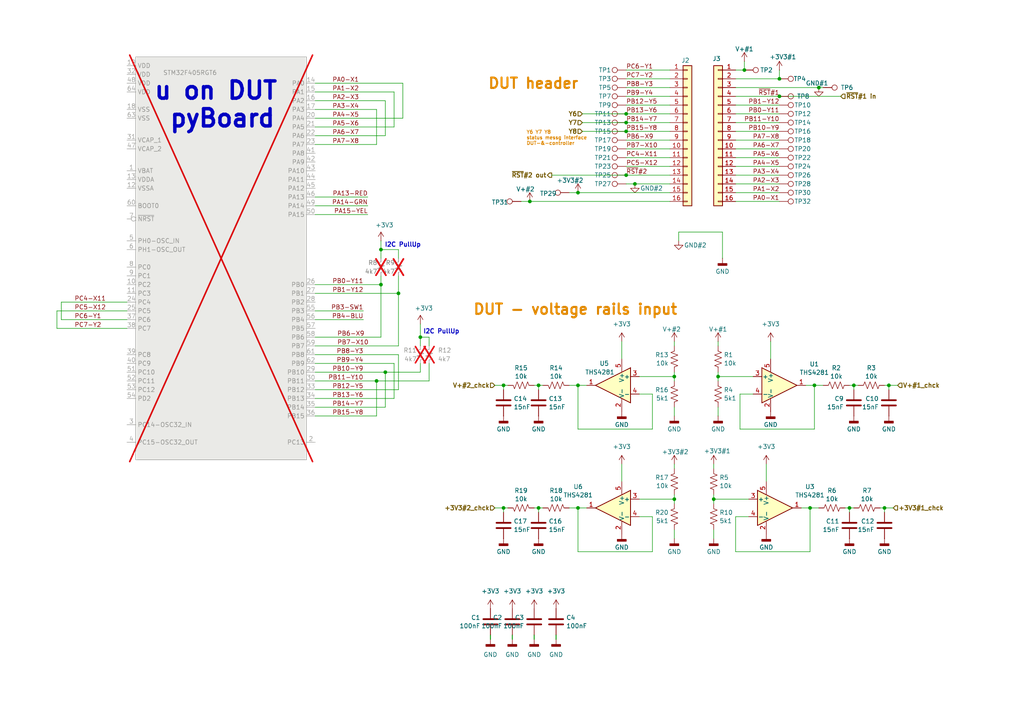
<source format=kicad_sch>
(kicad_sch (version 20250114) (generator "eeschema") (generator_version "9.0")
  (paper "A4")
  (text "DUT header" (at 154.686 24.384 0) (effects (font (size 3 3) (thickness 0.6) (bold yes))))
  (text "I2C PullUp" (at 128.016 96.266 0) (effects (font (size 1.27 1.27) (thickness 0.254) (bold yes))))
  (text "DUT - voltage rails input" (at 166.878 89.916 0) (effects (font (size 3 3) (thickness 0.6) (bold yes))))
  (text "Y6 Y7 Y8\nstatus messg interface\nDUT-&-controller" (at 152.654 40.132 0) (effects (font (size 1 1) (thickness 0.1875)) (justify left)))
  (text "I2C PullUp" (at 116.84 71.12 0) (effects (font (size 1.27 1.27) (thickness 0.254) (bold yes))))
  (text "u on DUT \npyBoard" (at 64.516 30.48 0) (effects (font (size 5 5) (thickness 1) (bold yes))))
  (junction (at 121.92 97.79))
  (junction (at 181.61 33.02))
  (junction (at 226.06 22.86))
  (junction (at 184.15 53.34))
  (junction (at 111.76 107.95))
  (junction (at 195.58 109.22))
  (junction (at 237.49 25.4))
  (junction (at 247.65 111.76))
  (junction (at 167.64 147.32))
  (junction (at 146.05 147.32))
  (junction (at 256.54 147.32))
  (junction (at 156.21 147.32))
  (junction (at 167.64 55.88))
  (junction (at 195.58 144.78))
  (junction (at 153.67 58.42))
  (junction (at 257.81 111.76))
  (junction (at 208.28 109.22))
  (junction (at 236.22 111.76))
  (junction (at 181.61 50.8))
  (junction (at 110.49 82.55))
  (junction (at 146.05 111.76))
  (junction (at 167.64 111.76))
  (junction (at 181.61 35.56))
  (junction (at 215.9 20.32))
  (junction (at 110.49 72.39))
  (junction (at 234.95 147.32))
  (junction (at 181.61 38.1))
  (junction (at 246.38 147.32))
  (junction (at 115.57 85.09))
  (junction (at 226.06 27.94))
  (junction (at 156.21 111.76))
  (junction (at 207.01 144.78))
  (junction (at 109.22 110.49))
  (wire (pts (xy 209.55 67.31) (xy 209.55 74.93)))
  (wire (pts (xy 181.61 45.72) (xy 194.31 45.72)))
  (wire (pts (xy 111.76 107.95) (xy 121.92 107.95)))
  (wire (pts (xy 213.36 22.86) (xy 226.06 22.86)))
  (wire (pts (xy 91.44 59.69) (xy 106.68 59.69)))
  (wire (pts (xy 121.92 97.79) (xy 121.92 100.33)))
  (wire (pts (xy 195.58 109.22) (xy 195.58 110.49)))
  (wire (pts (xy 223.52 99.06) (xy 223.52 104.14)))
  (wire (pts (xy 195.58 107.95) (xy 195.58 109.22)))
  (wire (pts (xy 207.01 144.78) (xy 207.01 146.05)))
  (wire (pts (xy 91.44 31.75) (xy 109.22 31.75)))
  (wire (pts (xy 181.61 50.8) (xy 194.31 50.8)))
  (wire (pts (xy 114.3 26.67) (xy 114.3 36.83)))
  (wire (pts (xy 213.36 149.86) (xy 213.36 160.02)))
  (wire (pts (xy 156.21 147.32) (xy 156.21 148.59)))
  (wire (pts (xy 17.78 87.63) (xy 17.78 92.71)))
  (wire (pts (xy 257.81 111.76) (xy 257.81 113.03)))
  (wire (pts (xy 213.36 33.02) (xy 226.06 33.02)))
  (wire (pts (xy 208.28 118.11) (xy 208.28 120.65)))
  (wire (pts (xy 213.36 48.26) (xy 226.06 48.26)))
  (wire (pts (xy 111.76 29.21) (xy 111.76 39.37)))
  (wire (pts (xy 208.28 99.06) (xy 208.28 100.33)))
  (wire (pts (xy 181.61 53.34) (xy 184.15 53.34)))
  (wire (pts (xy 213.36 45.72) (xy 226.06 45.72)))
  (wire (pts (xy 17.78 92.71) (xy 36.83 92.71)))
  (wire (pts (xy 16.51 95.25) (xy 36.83 95.25)))
  (wire (pts (xy 234.95 160.02) (xy 234.95 147.32)))
  (wire (pts (xy 180.34 99.06) (xy 180.34 104.14)))
  (wire (pts (xy 156.21 111.76) (xy 157.48 111.76)))
  (wire (pts (xy 146.05 147.32) (xy 146.05 148.59)))
  (wire (pts (xy 213.36 35.56) (xy 226.06 35.56)))
  (wire (pts (xy 196.85 69.85) (xy 196.85 67.31)))
  (wire (pts (xy 181.61 33.02) (xy 194.31 33.02)))
  (wire (pts (xy 110.49 97.79) (xy 110.49 82.55)))
  (wire (pts (xy 121.92 107.95) (xy 121.92 105.41)))
  (wire (pts (xy 17.78 87.63) (xy 36.83 87.63)))
  (wire (pts (xy 213.36 38.1) (xy 226.06 38.1)))
  (wire (pts (xy 121.92 97.79) (xy 124.46 97.79)))
  (wire (pts (xy 156.21 111.76) (xy 156.21 113.03)))
  (wire (pts (xy 181.61 35.56) (xy 194.31 35.56)))
  (wire (pts (xy 124.46 97.79) (xy 124.46 100.33)))
  (wire (pts (xy 91.44 107.95) (xy 111.76 107.95)))
  (wire (pts (xy 181.61 22.86) (xy 194.31 22.86)))
  (wire (pts (xy 181.61 27.94) (xy 194.31 27.94)))
  (wire (pts (xy 115.57 85.09) (xy 115.57 100.33)))
  (wire (pts (xy 226.06 27.94) (xy 243.84 27.94)))
  (wire (pts (xy 181.61 30.48) (xy 194.31 30.48)))
  (wire (pts (xy 114.3 105.41) (xy 114.3 115.57)))
  (wire (pts (xy 91.44 113.03) (xy 115.57 113.03)))
  (wire (pts (xy 189.23 160.02) (xy 167.64 160.02)))
  (wire (pts (xy 115.57 80.01) (xy 115.57 85.09)))
  (wire (pts (xy 153.67 58.42) (xy 194.31 58.42)))
  (wire (pts (xy 236.22 111.76) (xy 238.76 111.76)))
  (wire (pts (xy 109.22 31.75) (xy 109.22 41.91)))
  (wire (pts (xy 213.36 55.88) (xy 226.06 55.88)))
  (wire (pts (xy 109.22 110.49) (xy 109.22 120.65)))
  (wire (pts (xy 195.58 143.51) (xy 195.58 144.78)))
  (wire (pts (xy 208.28 107.95) (xy 208.28 109.22)))
  (wire (pts (xy 246.38 147.32) (xy 246.38 148.59)))
  (wire (pts (xy 195.58 99.06) (xy 195.58 100.33)))
  (wire (pts (xy 168.91 35.56) (xy 181.61 35.56)))
  (wire (pts (xy 213.36 25.4) (xy 237.49 25.4)))
  (wire (pts (xy 189.23 114.3) (xy 185.42 114.3)))
  (wire (pts (xy 207.01 144.78) (xy 217.17 144.78)))
  (wire (pts (xy 91.44 102.87) (xy 115.57 102.87)))
  (wire (pts (xy 165.1 55.88) (xy 167.64 55.88)))
  (wire (pts (xy 214.63 114.3) (xy 218.44 114.3)))
  (wire (pts (xy 208.28 109.22) (xy 218.44 109.22)))
  (wire (pts (xy 207.01 143.51) (xy 207.01 144.78)))
  (wire (pts (xy 189.23 149.86) (xy 185.42 149.86)))
  (wire (pts (xy 91.44 41.91) (xy 109.22 41.91)))
  (wire (pts (xy 214.63 124.46) (xy 236.22 124.46)))
  (wire (pts (xy 247.65 111.76) (xy 247.65 113.03)))
  (wire (pts (xy 115.57 102.87) (xy 115.57 113.03)))
  (wire (pts (xy 246.38 147.32) (xy 245.11 147.32)))
  (wire (pts (xy 257.81 111.76) (xy 256.54 111.76)))
  (wire (pts (xy 167.64 160.02) (xy 167.64 147.32)))
  (wire (pts (xy 170.18 111.76) (xy 167.64 111.76)))
  (wire (pts (xy 91.44 120.65) (xy 109.22 120.65)))
  (wire (pts (xy 91.44 39.37) (xy 111.76 39.37)))
  (wire (pts (xy 181.61 43.18) (xy 194.31 43.18)))
  (wire (pts (xy 181.61 20.32) (xy 194.31 20.32)))
  (wire (pts (xy 195.58 144.78) (xy 195.58 146.05)))
  (wire (pts (xy 180.34 134.62) (xy 180.34 139.7)))
  (wire (pts (xy 213.36 27.94) (xy 226.06 27.94)))
  (wire (pts (xy 213.36 160.02) (xy 234.95 160.02)))
  (wire (pts (xy 154.94 147.32) (xy 156.21 147.32)))
  (wire (pts (xy 214.63 114.3) (xy 214.63 124.46)))
  (wire (pts (xy 168.91 33.02) (xy 181.61 33.02)))
  (wire (pts (xy 213.36 149.86) (xy 217.17 149.86)))
  (wire (pts (xy 91.44 24.13) (xy 116.84 24.13)))
  (wire (pts (xy 213.36 30.48) (xy 226.06 30.48)))
  (wire (pts (xy 208.28 109.22) (xy 208.28 110.49)))
  (wire (pts (xy 247.65 111.76) (xy 246.38 111.76)))
  (wire (pts (xy 142.24 184.15) (xy 142.24 185.42)) (stroke (width 0.254)))
  (wire (pts (xy 189.23 114.3) (xy 189.23 124.46)))
  (wire (pts (xy 259.08 147.32) (xy 256.54 147.32)))
  (wire (pts (xy 195.58 134.62) (xy 195.58 135.89)))
  (wire (pts (xy 110.49 72.39) (xy 115.57 72.39)))
  (wire (pts (xy 195.58 153.67) (xy 195.58 156.21)))
  (wire (pts (xy 16.51 95.25) (xy 16.51 90.17)))
  (wire (pts (xy 167.64 124.46) (xy 167.64 111.76)))
  (wire (pts (xy 213.36 40.64) (xy 226.06 40.64)))
  (wire (pts (xy 195.58 144.78) (xy 185.42 144.78)))
  (wire (pts (xy 165.1 111.76) (xy 167.64 111.76)))
  (wire (pts (xy 116.84 24.13) (xy 116.84 34.29)))
  (wire (pts (xy 91.44 115.57) (xy 114.3 115.57)))
  (wire (pts (xy 121.92 93.98) (xy 121.92 97.79)))
  (wire (pts (xy 91.44 57.15) (xy 106.68 57.15)))
  (wire (pts (xy 143.51 147.32) (xy 146.05 147.32)))
  (wire (pts (xy 111.76 107.95) (xy 111.76 118.11)))
  (wire (pts (xy 213.36 53.34) (xy 226.06 53.34)))
  (wire (pts (xy 213.36 58.42) (xy 226.06 58.42)))
  (wire (pts (xy 195.58 118.11) (xy 195.58 120.65)))
  (wire (pts (xy 91.44 36.83) (xy 114.3 36.83)))
  (wire (pts (xy 109.22 110.49) (xy 124.46 110.49)))
  (wire (pts (xy 167.64 55.88) (xy 194.31 55.88)))
  (wire (pts (xy 226.06 20.32) (xy 226.06 22.86)))
  (wire (pts (xy 91.44 82.55) (xy 110.49 82.55)))
  (wire (pts (xy 91.44 90.17) (xy 105.41 90.17)))
  (wire (pts (xy 154.94 184.15) (xy 154.94 185.42)) (stroke (width 0.254)))
  (wire (pts (xy 156.21 147.32) (xy 157.48 147.32)))
  (wire (pts (xy 168.91 38.1) (xy 181.61 38.1)))
  (wire (pts (xy 161.29 184.15) (xy 161.29 185.42)) (stroke (width 0.254)))
  (wire (pts (xy 110.49 80.01) (xy 110.49 82.55)))
  (wire (pts (xy 91.44 92.71) (xy 105.41 92.71)))
  (wire (pts (xy 91.44 100.33) (xy 115.57 100.33)))
  (wire (pts (xy 91.44 26.67) (xy 114.3 26.67)))
  (wire (pts (xy 196.85 67.31) (xy 209.55 67.31)))
  (wire (pts (xy 248.92 111.76) (xy 247.65 111.76)))
  (wire (pts (xy 207.01 153.67) (xy 207.01 156.21)))
  (wire (pts (xy 213.36 43.18) (xy 226.06 43.18)))
  (wire (pts (xy 181.61 48.26) (xy 194.31 48.26)))
  (wire (pts (xy 110.49 69.85) (xy 110.49 72.39)))
  (wire (pts (xy 260.35 111.76) (xy 257.81 111.76)))
  (wire (pts (xy 110.49 72.39) (xy 110.49 74.93)))
  (wire (pts (xy 232.41 147.32) (xy 234.95 147.32)))
  (wire (pts (xy 91.44 29.21) (xy 111.76 29.21)))
  (wire (pts (xy 256.54 147.32) (xy 256.54 148.59)))
  (wire (pts (xy 222.25 134.62) (xy 222.25 139.7)))
  (wire (pts (xy 91.44 110.49) (xy 109.22 110.49)))
  (wire (pts (xy 91.44 62.23) (xy 106.68 62.23)))
  (wire (pts (xy 160.02 50.8) (xy 181.61 50.8)))
  (wire (pts (xy 189.23 124.46) (xy 167.64 124.46)))
  (wire (pts (xy 181.61 25.4) (xy 194.31 25.4)))
  (wire (pts (xy 124.46 110.49) (xy 124.46 105.41)))
  (wire (pts (xy 256.54 147.32) (xy 255.27 147.32)))
  (wire (pts (xy 215.9 17.78) (xy 215.9 20.32)))
  (wire (pts (xy 151.13 58.42) (xy 153.67 58.42)))
  (wire (pts (xy 91.44 118.11) (xy 111.76 118.11)))
  (wire (pts (xy 184.15 53.34) (xy 194.31 53.34)))
  (wire (pts (xy 154.94 111.76) (xy 156.21 111.76)))
  (wire (pts (xy 146.05 147.32) (xy 147.32 147.32)))
  (wire (pts (xy 91.44 105.41) (xy 114.3 105.41)))
  (wire (pts (xy 207.01 134.62) (xy 207.01 135.89)))
  (wire (pts (xy 148.59 184.15) (xy 148.59 185.42)) (stroke (width 0.254)))
  (wire (pts (xy 146.05 111.76) (xy 146.05 113.03)))
  (wire (pts (xy 247.65 147.32) (xy 246.38 147.32)))
  (wire (pts (xy 181.61 40.64) (xy 194.31 40.64)))
  (wire (pts (xy 170.18 147.32) (xy 167.64 147.32)))
  (wire (pts (xy 238.76 25.4) (xy 237.49 25.4)))
  (wire (pts (xy 233.68 111.76) (xy 236.22 111.76)))
  (wire (pts (xy 115.57 72.39) (xy 115.57 74.93)))
  (wire (pts (xy 91.44 97.79) (xy 110.49 97.79)))
  (wire (pts (xy 181.61 38.1) (xy 194.31 38.1)))
  (wire (pts (xy 146.05 111.76) (xy 147.32 111.76)))
  (wire (pts (xy 91.44 34.29) (xy 116.84 34.29)))
  (wire (pts (xy 143.51 111.76) (xy 146.05 111.76)))
  (wire (pts (xy 213.36 20.32) (xy 215.9 20.32)))
  (wire (pts (xy 213.36 50.8) (xy 226.06 50.8)))
  (wire (pts (xy 189.23 149.86) (xy 189.23 160.02)))
  (wire (pts (xy 236.22 124.46) (xy 236.22 111.76)))
  (wire (pts (xy 195.58 109.22) (xy 185.42 109.22)))
  (wire (pts (xy 234.95 147.32) (xy 237.49 147.32)))
  (wire (pts (xy 16.51 90.17) (xy 36.83 90.17)))
  (wire (pts (xy 91.44 85.09) (xy 115.57 85.09)))
  (wire (pts (xy 167.64 147.32) (xy 165.1 147.32)))
  (label "PA7-X8" (at 226.06 40.64 180))
  (label "PA13-RED" (at 106.68 57.15 180))
  (label "PB14-Y7" (at 105.41 118.11 180))
  (label "PB15-Y8" (at 105.41 120.65 180))
  (label "PC6-Y1" (at 21.59 92.71 0))
  (label "PB15-Y8" (at 181.61 38.1 0))
  (label "PB6-X9" (at 181.61 40.64 0))
  (label "PB12-Y5" (at 105.41 113.03 180))
  (label "PB8-Y3" (at 105.41 102.87 180))
  (label "PB0-Y11" (at 105.41 82.55 180))
  (label "~{RST}#1" (at 226.06 27.94 180))
  (label "PA6-X7" (at 104.14 39.37 180))
  (label "PA14-GRN" (at 106.68 59.69 180))
  (label "PB6-X9" (at 97.79 97.79 0))
  (label "PB7-X10" (at 97.79 100.33 0))
  (label "PB4-BLU" (at 105.41 92.71 180))
  (label "PA4-X5" (at 226.06 48.26 180))
  (label "PA3-X4" (at 226.06 50.8 180))
  (label "PC7-Y2" (at 181.61 22.86 0))
  (label "PB13-Y6" (at 105.41 115.57 180))
  (label "PC4-X11" (at 21.59 87.63 0))
  (label "PA1-X2" (at 226.06 55.88 180))
  (label "PB9-Y4" (at 181.61 27.94 0))
  (label "PA15-YEL" (at 106.68 62.23 180))
  (label "PB13-Y6" (at 181.61 33.02 0))
  (label "PA6-X7" (at 226.06 43.18 180))
  (label "PB9-Y4" (at 105.41 105.41 180))
  (label "PB1-Y12" (at 105.41 85.09 180))
  (label "PA0-X1" (at 104.14 24.13 180))
  (label "PB3-SW1" (at 105.41 90.17 180))
  (label "PB7-X10" (at 181.61 43.18 0))
  (label "PB10-Y9" (at 226.06 38.1 180))
  (label "PB8-Y3" (at 181.61 25.4 0))
  (label "PC5-X12" (at 21.59 90.17 0))
  (label "~{RST}#2" (at 181.61 50.8 0))
  (label "PC5-X12" (at 181.61 48.26 0))
  (label "PB11-Y10" (at 105.41 110.49 180))
  (label "PB11-Y10" (at 226.06 35.56 180))
  (label "PB1-Y12" (at 226.06 30.48 180))
  (label "PB10-Y9" (at 105.41 107.95 180))
  (label "PA7-X8" (at 104.14 41.91 180))
  (label "PA0-X1" (at 226.06 58.42 180))
  (label "PA5-X6" (at 226.06 45.72 180))
  (label "PB0-Y11" (at 226.06 33.02 180))
  (label "PB12-Y5" (at 181.61 30.48 0))
  (label "PB14-Y7" (at 181.61 35.56 0))
  (label "PC4-X11" (at 181.61 45.72 0))
  (label "PA1-X2" (at 104.14 26.67 180))
  (label "PC6-Y1" (at 181.61 20.32 0))
  (label "PC7-Y2" (at 21.59 95.25 0))
  (label "PA2-X3" (at 226.06 53.34 180))
  (label "PA5-X6" (at 104.14 36.83 180))
  (label "PA4-X5" (at 104.14 34.29 180))
  (label "PA3-X4" (at 104.14 31.75 180))
  (label "PA2-X3" (at 104.14 29.21 180))
  (hierarchical_label "~{RST}#2 out" (shape output) (at 160.02 50.8 180) (effects (font (thickness 0.254) (bold yes))))
  (hierarchical_label "+3V3#1_chck" (shape input) (at 259.08 147.32 0) (effects (font (thickness 0.254) (bold yes))))
  (hierarchical_label "+3V3#2_chck" (shape input) (at 143.51 147.32 180) (effects (font (thickness 0.254) (bold yes))))
  (hierarchical_label "Y8" (shape input) (at 168.91 38.1 180) (effects (font (thickness 0.254) (bold yes))))
  (hierarchical_label "V+#1_chck" (shape input) (at 260.35 111.76 0) (effects (font (thickness 0.254) (bold yes))))
  (hierarchical_label "Y6" (shape input) (at 168.91 33.02 180) (effects (font (thickness 0.254) (bold yes))))
  (hierarchical_label "V+#2_chck" (shape input) (at 143.51 111.76 180) (effects (font (thickness 0.254) (bold yes))))
  (hierarchical_label "~{RST}#1 in" (shape input) (at 243.84 27.94 0) (effects (font (thickness 0.254) (bold yes))))
  (hierarchical_label "Y7" (shape input) (at 168.91 35.56 180) (effects (font (thickness 0.254) (bold yes))))
  (symbol (lib_id "power:GNDD") (at 246.38 156.21 0) (unit 1)
    (property "Reference" "#PWR026" (effects (hide yes)))
    (property "Value" "GND" (at 246.38 160.02 0))
    (property "Description" "Power symbol creates a global label with name \"GNDD\" , digital ground" (effects (hide yes)))
  )
  (symbol (lib_id "Device:C") (at 256.54 152.4 0) (mirror y) (unit 1)
    (property "Reference" "C12" (at 253.619 151.1878 0) (effects (justify left)))
    (property "Value" "15nF" (at 253.619 153.6121 0) (effects (justify left)))
    (property "Footprint" "Capacitor_SMD:C_0402_1005Metric_Pad0.74x0.62mm_HandSolder" (effects (hide yes)))
    (property "Description" "SMD CER 0402 15nF 35V ±10% X7R" (effects (hide yes)))
    (property "MPN" "CGA2B3X7R1V153K050BB" (effects (hide yes)))
    (property "ASSEMBLY" "Yes" (effects (hide yes)))
    (property "OEPSPN" "OEPS010023" (effects (hide yes)))
  )
  (symbol (lib_id "power:GNDD") (at 154.94 185.42 0) (mirror y) (unit 1)
    (property "Reference" "#PWR07" (effects (hide yes)))
    (property "Value" "GND" (at 154.94 189.865 0))
    (property "Description" "Power symbol creates a global label with name \"GNDD\" , digital ground" (effects (hide yes)))
  )
  (symbol (lib_id "power:+3V3") (at 142.24 176.53 0) (mirror y) (unit 1)
    (property "Reference" "#PWR1" (effects (hide yes)))
    (property "Value" "+3V3" (at 142.24 171.45 0))
    (property "Description" "Power symbol creates a global label with name \"+3V3\"" (effects (hide yes)))
  )
  (symbol (lib_id "Connector:TestPoint") (at 215.9 20.32 270) (unit 1) (in_bom no)
    (property "Reference" "TP2" (at 220.472 20.32 90) (effects (justify left)))
    (property "Value" "TestPoint" (effects (hide yes)))
    (property "Footprint" "TestPoint:TestPoint_Keystone_5015_Micro_Mini" (effects (hide yes)))
    (property "Description" "test point" (effects (hide yes)))
  )
  (symbol (lib_id "power:+5V") (at 195.58 99.06 0) (mirror y) (unit 1)
    (property "Reference" "#PWR060" (effects (hide yes)))
    (property "Value" "V+#2" (at 194.818 95.504 0))
    (property "Description" "Power symbol creates a global label with name \"+5V\"" (effects (hide yes)))
  )
  (symbol (lib_id "power:GND") (at 184.15 53.34 0) (mirror y) (unit 1)
    (property "Reference" "#PWR054" (effects (hide yes)))
    (property "Value" "GND#2" (at 188.976 54.61 0))
    (property "Description" "Power symbol creates a global label with name \"GND\" , ground" (effects (hide yes)))
  )
  (symbol (lib_id "Connector:TestPoint") (at 181.61 50.8 90) (unit 1) (in_bom no)
    (property "Reference" "TP25" (at 177.292 50.8 90) (effects (justify left)))
    (property "Value" "TestPoint" (effects (hide yes)))
    (property "Footprint" "TestPoint:TestPoint_Keystone_5015_Micro_Mini" (effects (hide yes)))
    (property "Description" "test point" (effects (hide yes)))
  )
  (symbol (lib_id "Connector:TestPoint") (at 151.13 58.42 90) (unit 1) (in_bom no)
    (property "Reference" "TP31" (at 145.034 58.674 90))
    (property "Value" "TestPoint" (effects (hide yes)))
    (property "Footprint" "TestPoint:TestPoint_Keystone_5015_Micro_Mini" (effects (hide yes)))
    (property "Description" "test point" (effects (hide yes)))
  )
  (symbol (lib_id "Connector:TestPoint") (at 226.06 33.02 270) (mirror x) (unit 1) (in_bom no)
    (property "Reference" "TP12" (at 230.378 33.02 90) (effects (justify left)))
    (property "Value" "TestPoint" (effects (hide yes)))
    (property "Footprint" "TestPoint:TestPoint_Keystone_5015_Micro_Mini" (effects (hide yes)))
    (property "Description" "test point" (effects (hide yes)))
  )
  (symbol (lib_id "Connector:TestPoint") (at 181.61 48.26 90) (unit 1) (in_bom no)
    (property "Reference" "TP23" (at 177.292 48.26 90) (effects (justify left)))
    (property "Value" "TestPoint" (effects (hide yes)))
    (property "Footprint" "TestPoint:TestPoint_Keystone_5015_Micro_Mini" (effects (hide yes)))
    (property "Description" "test point" (effects (hide yes)))
  )
  (symbol (lib_id "_symbolLib:THS4281DBVT") (at 177.8 111.76 0) (mirror y) (unit 1)
    (property "Reference" "U5" (at 175.26 105.41 0))
    (property "Value" "THS4281" (at 173.99 107.95 0))
    (property "Footprint" "Package_TO_SOT_SMD:SOT-23-5" (effects (hide yes)))
    (property "Description" "OPAMP VFB 1 CIRCUIT" (effects (hide yes)))
    (property "MPN" "THS4281DBVT" (effects (hide yes)))
    (property "OEPSPN" "OEPS080038" (effects (hide yes)))
  )
  (symbol (lib_id "power:GNDD") (at 180.34 119.38 0) (mirror y) (unit 1)
    (property "Reference" "#PWR030" (effects (hide yes)))
    (property "Value" "GND" (at 180.34 123.19 0))
    (property "Description" "Power symbol creates a global label with name \"GNDD\" , digital ground" (effects (hide yes)))
  )
  (symbol (lib_id "Device:R_US") (at 151.13 111.76 270) (mirror x) (unit 1)
    (property "Reference" "R15" (at 151.13 106.7265 90))
    (property "Value" "10k" (at 151.13 109.1508 90))
    (property "Footprint" "Resistor_SMD:R_0402_1005Metric" (effects (hide yes)))
    (property "Description" "SMD 0402 10kΩ ±0.1% 0.063W" (effects (hide yes)))
    (property "MPN" "CPF0402B10KE1" (effects (hide yes)))
    (property "ASSEMBLY" "Yes" (effects (hide yes)))
    (property "OEPSPN" "OEPS020043" (effects (hide yes)))
  )
  (symbol (lib_id "Device:R_Small_US") (at 121.92 102.87 0) (mirror y) (unit 1) (in_bom no) (on_board no) (dnp yes)
    (property "Reference" "R11" (at 120.904 101.6 0) (effects (justify left)))
    (property "Value" "4k7" (at 120.904 104.14 0) (effects (justify left)))
    (property "Footprint" "Resistor_SMD:R_0402_1005Metric" (effects (hide yes)))
    (property "Description" "Resistor, small US symbol" (effects (hide yes)))
    (property "MPN" "ERJ-2RKF4701X" (effects (hide yes)))
    (property "OEPSPN" "OEPS020010" (effects (hide yes)))
  )
  (symbol (lib_id "Connector:TestPoint") (at 238.76 25.4 270) (unit 1) (in_bom no)
    (property "Reference" "TP6" (at 243.84 25.3999 90) (effects (justify left)))
    (property "Value" "TestPoint" (effects (hide yes)))
    (property "Footprint" "TestPoint:TestPoint_Keystone_5000-5004_Miniature" (effects (hide yes)))
    (property "Description" "test point" (effects (hide yes)))
  )
  (symbol (lib_id "Connector:TestPoint") (at 226.06 48.26 270) (mirror x) (unit 1) (in_bom no)
    (property "Reference" "TP24" (at 230.378 48.26 90) (effects (justify left)))
    (property "Value" "TestPoint" (effects (hide yes)))
    (property "Footprint" "TestPoint:TestPoint_Keystone_5015_Micro_Mini" (effects (hide yes)))
    (property "Description" "test point" (effects (hide yes)))
  )
  (symbol (lib_id "power:GNDD") (at 146.05 120.65 0) (mirror y) (unit 1)
    (property "Reference" "#PWR033" (effects (hide yes)))
    (property "Value" "GND" (at 146.05 124.46 0))
    (property "Description" "Power symbol creates a global label with name \"GNDD\" , digital ground" (effects (hide yes)))
  )
  (symbol (lib_id "Device:R_Small_US") (at 124.46 102.87 0) (mirror y) (unit 1) (in_bom no) (on_board no) (dnp yes)
    (property "Reference" "R12" (at 127 101.5999 0) (effects (justify right)))
    (property "Value" "4k7" (at 127 104.1399 0) (effects (justify right)))
    (property "Footprint" "Resistor_SMD:R_0402_1005Metric" (effects (hide yes)))
    (property "Description" "Resistor, small US symbol" (effects (hide yes)))
    (property "MPN" "ERJ-2RKF4701X" (effects (hide yes)))
    (property "OEPSPN" "OEPS020010" (effects (hide yes)))
  )
  (symbol (lib_id "power:GNDD") (at 195.58 120.65 0) (mirror y) (unit 1)
    (property "Reference" "#PWR031" (effects (hide yes)))
    (property "Value" "GND" (at 195.58 124.46 0))
    (property "Description" "Power symbol creates a global label with name \"GNDD\" , digital ground" (effects (hide yes)))
  )
  (symbol (lib_id "Device:C") (at 257.81 116.84 0) (mirror y) (unit 1)
    (property "Reference" "C10" (at 254.889 115.6278 0) (effects (justify left)))
    (property "Value" "15nF" (at 254.889 118.0521 0) (effects (justify left)))
    (property "Footprint" "Capacitor_SMD:C_0402_1005Metric_Pad0.74x0.62mm_HandSolder" (effects (hide yes)))
    (property "Description" "SMD CER 0402 15nF 35V ±10% X7R" (effects (hide yes)))
    (property "MPN" "CGA2B3X7R1V153K050BB" (effects (hide yes)))
    (property "ASSEMBLY" "Yes" (effects (hide yes)))
    (property "OEPSPN" "OEPS010023" (effects (hide yes)))
  )
  (symbol (lib_id "power:GND") (at 237.49 25.4 0) (mirror y) (unit 1)
    (property "Reference" "#PWR051" (effects (hide yes)))
    (property "Value" "GND#1" (at 236.982 24.13 0))
    (property "Description" "Power symbol creates a global label with name \"GND\" , ground" (effects (hide yes)))
  )
  (symbol (lib_id "power:GNDD") (at 247.65 120.65 0) (unit 1)
    (property "Reference" "#PWR018" (effects (hide yes)))
    (property "Value" "GND" (at 247.65 124.46 0))
    (property "Description" "Power symbol creates a global label with name \"GNDD\" , digital ground" (effects (hide yes)))
  )
  (symbol (lib_id "Connector:TestPoint") (at 226.06 30.48 270) (mirror x) (unit 1) (in_bom no)
    (property "Reference" "TP10" (at 230.378 30.48 90) (effects (justify left)))
    (property "Value" "TestPoint" (effects (hide yes)))
    (property "Footprint" "TestPoint:TestPoint_Keystone_5015_Micro_Mini" (effects (hide yes)))
    (property "Description" "test point" (effects (hide yes)))
  )
  (symbol (lib_id "Device:R_US") (at 195.58 104.14 0) (mirror x) (unit 1)
    (property "Reference" "R13" (at 193.929 102.9278 0) (effects (justify right)))
    (property "Value" "10k" (at 193.929 105.3521 0) (effects (justify right)))
    (property "Footprint" "Resistor_SMD:R_0402_1005Metric" (effects (hide yes)))
    (property "Description" "SMD 0402 10kΩ ±0.1% 0.063W" (effects (hide yes)))
    (property "MPN" "CPF0402B10KE1" (effects (hide yes)))
    (property "ASSEMBLY" "Yes" (effects (hide yes)))
    (property "OEPSPN" "OEPS020043" (effects (hide yes)))
  )
  (symbol (lib_id "Connector:TestPoint") (at 181.61 22.86 90) (unit 1) (in_bom no)
    (property "Reference" "TP3" (at 177.292 22.86 90) (effects (justify left)))
    (property "Value" "TestPoint" (effects (hide yes)))
    (property "Footprint" "TestPoint:TestPoint_Keystone_5015_Micro_Mini" (effects (hide yes)))
    (property "Description" "test point" (effects (hide yes)))
  )
  (symbol (lib_id "Device:C") (at 146.05 116.84 0) (unit 1)
    (property "Reference" "C14" (at 148.971 115.6278 0) (effects (justify left)))
    (property "Value" "15nF" (at 148.971 118.0521 0) (effects (justify left)))
    (property "Footprint" "Capacitor_SMD:C_0402_1005Metric_Pad0.74x0.62mm_HandSolder" (effects (hide yes)))
    (property "Description" "SMD CER 0402 15nF 35V ±10% X7R" (effects (hide yes)))
    (property "MPN" "CGA2B3X7R1V153K050BB" (effects (hide yes)))
    (property "ASSEMBLY" "Yes" (effects (hide yes)))
    (property "OEPSPN" "OEPS010023" (effects (hide yes)))
  )
  (symbol (lib_id "Device:R_US") (at 161.29 111.76 270) (mirror x) (unit 1)
    (property "Reference" "R14" (at 161.29 106.7265 90))
    (property "Value" "10k" (at 161.29 109.1508 90))
    (property "Footprint" "Resistor_SMD:R_0402_1005Metric" (effects (hide yes)))
    (property "Description" "SMD 0402 10kΩ ±0.1% 0.063W" (effects (hide yes)))
    (property "MPN" "CPF0402B10KE1" (effects (hide yes)))
    (property "ASSEMBLY" "Yes" (effects (hide yes)))
    (property "OEPSPN" "OEPS020043" (effects (hide yes)))
  )
  (symbol (lib_id "power:+3V3") (at 148.59 176.53 0) (mirror y) (unit 1)
    (property "Reference" "#PWR2" (effects (hide yes)))
    (property "Value" "+3V3" (at 148.59 171.45 0))
    (property "Description" "Power symbol creates a global label with name \"+3V3\"" (effects (hide yes)))
  )
  (symbol (lib_id "Connector:TestPoint") (at 226.06 58.42 270) (mirror x) (unit 1) (in_bom no)
    (property "Reference" "TP32" (at 230.378 58.42 90) (effects (justify left)))
    (property "Value" "TestPoint" (effects (hide yes)))
    (property "Footprint" "TestPoint:TestPoint_Keystone_5015_Micro_Mini" (effects (hide yes)))
    (property "Description" "test point" (effects (hide yes)))
  )
  (symbol (lib_id "power:+5V") (at 215.9 17.78 0) (unit 1)
    (property "Reference" "#PWR049" (effects (hide yes)))
    (property "Value" "V+#1" (at 215.9 14.224 0))
    (property "Description" "Power symbol creates a global label with name \"+5V\"" (effects (hide yes)))
  )
  (symbol (lib_id "Device:R_US") (at 195.58 149.86 0) (mirror x) (unit 1)
    (property "Reference" "R20" (at 193.929 148.6478 0) (effects (justify right)))
    (property "Value" "5k1" (at 193.929 151.0721 0) (effects (justify right)))
    (property "Footprint" "Resistor_SMD:R_0402_1005Metric" (effects (hide yes)))
    (property "Description" "SMD 0402 5.1kΩ ±1% 0.100W" (effects (hide yes)))
    (property "MPN" "ERJ-2RKF5101X" (effects (hide yes)))
    (property "ASSEMBLY" "Yes" (effects (hide yes)))
    (property "OEPSPN" "OEPS020173" (effects (hide yes)))
  )
  (symbol (lib_id "Device:R_US") (at 241.3 147.32 90) (unit 1)
    (property "Reference" "R6" (at 241.3 142.2865 90))
    (property "Value" "10k" (at 241.3 144.7108 90))
    (property "Footprint" "Resistor_SMD:R_0402_1005Metric" (effects (hide yes)))
    (property "Description" "SMD 0402 10kΩ ±0.1% 0.063W" (effects (hide yes)))
    (property "MPN" "CPF0402B10KE1" (effects (hide yes)))
    (property "ASSEMBLY" "Yes" (effects (hide yes)))
    (property "OEPSPN" "OEPS020043" (effects (hide yes)))
  )
  (symbol (lib_id "Connector:TestPoint") (at 181.61 40.64 90) (unit 1) (in_bom no)
    (property "Reference" "TP17" (at 177.292 40.64 90) (effects (justify left)))
    (property "Value" "TestPoint" (effects (hide yes)))
    (property "Footprint" "TestPoint:TestPoint_Keystone_5015_Micro_Mini" (effects (hide yes)))
    (property "Description" "test point" (effects (hide yes)))
  )
  (symbol (lib_id "power:+3V3") (at 110.49 69.85 0) (unit 1)
    (property "Reference" "#PWR022" (effects (hide yes)))
    (property "Value" "+3V3" (at 111.506 65.278 0))
    (property "Description" "Power symbol creates a global label with name \"+3V3\"" (effects (hide yes)))
  )
  (symbol (lib_id "power:+3V3") (at 180.34 134.62 0) (mirror y) (unit 1)
    (property "Reference" "#PWR37" (effects (hide yes)))
    (property "Value" "+3V3" (at 180.34 129.54 0))
    (property "Description" "Power symbol creates a global label with name \"+3V3\"" (effects (hide yes)))
  )
  (symbol (lib_id "power:+3V3") (at 195.58 134.62 0) (mirror y) (unit 1)
    (property "Reference" "#PWR059" (effects (hide yes)))
    (property "Value" "+3V3#2" (at 195.834 131.064 0))
    (property "Description" "Power symbol creates a global label with name \"+3V3\"" (effects (hide yes)))
  )
  (symbol (lib_id "Device:C") (at 146.05 152.4 0) (unit 1)
    (property "Reference" "C17" (at 148.971 151.1878 0) (effects (justify left)))
    (property "Value" "15nF" (at 148.971 153.6121 0) (effects (justify left)))
    (property "Footprint" "Capacitor_SMD:C_0402_1005Metric_Pad0.74x0.62mm_HandSolder" (effects (hide yes)))
    (property "Description" "SMD CER 0402 15nF 35V ±10% X7R" (effects (hide yes)))
    (property "MPN" "CGA2B3X7R1V153K050BB" (effects (hide yes)))
    (property "ASSEMBLY" "Yes" (effects (hide yes)))
    (property "OEPSPN" "OEPS010023" (effects (hide yes)))
  )
  (symbol (lib_id "power:GND") (at 196.85 69.85 0) (mirror y) (unit 1)
    (property "Reference" "#PWR053" (effects (hide yes)))
    (property "Value" "GND#2" (at 201.676 71.12 0))
    (property "Description" "Power symbol creates a global label with name \"GND\" , ground" (effects (hide yes)))
  )
  (symbol (lib_id "power:GNDD") (at 223.52 119.38 0) (unit 1)
    (property "Reference" "#PWR016" (effects (hide yes)))
    (property "Value" "GND" (at 223.52 123.19 0))
    (property "Description" "Power symbol creates a global label with name \"GNDD\" , digital ground" (effects (hide yes)))
  )
  (symbol (lib_id "Device:R_US") (at 208.28 114.3 180) (unit 1)
    (property "Reference" "R4" (at 209.931 113.0878 0) (effects (justify right)))
    (property "Value" "5k1" (at 209.931 115.5121 0) (effects (justify right)))
    (property "Footprint" "Resistor_SMD:R_0402_1005Metric" (effects (hide yes)))
    (property "Description" "SMD 0402 5.1kΩ ±1% 0.100W" (effects (hide yes)))
    (property "MPN" "ERJ-2RKF5101X" (effects (hide yes)))
    (property "ASSEMBLY" "Yes" (effects (hide yes)))
    (property "OEPSPN" "OEPS020173" (effects (hide yes)))
  )
  (symbol (lib_id "power:+5V") (at 153.67 58.42 0) (unit 1)
    (property "Reference" "#PWR056" (effects (hide yes)))
    (property "Value" "V+#2" (at 152.4 54.864 0))
    (property "Description" "Power symbol creates a global label with name \"+5V\"" (effects (hide yes)))
  )
  (symbol (lib_id "power:GNDD") (at 208.28 120.65 0) (unit 1)
    (property "Reference" "#PWR017" (effects (hide yes)))
    (property "Value" "GND" (at 208.28 124.46 0))
    (property "Description" "Power symbol creates a global label with name \"GNDD\" , digital ground" (effects (hide yes)))
  )
  (symbol (lib_id "Device:R_US") (at 151.13 147.32 270) (mirror x) (unit 1)
    (property "Reference" "R19" (at 151.13 142.2865 90))
    (property "Value" "10k" (at 151.13 144.7108 90))
    (property "Footprint" "Resistor_SMD:R_0402_1005Metric" (effects (hide yes)))
    (property "Description" "SMD 0402 10kΩ ±0.1% 0.063W" (effects (hide yes)))
    (property "MPN" "CPF0402B10KE1" (effects (hide yes)))
    (property "ASSEMBLY" "Yes" (effects (hide yes)))
    (property "OEPSPN" "OEPS020043" (effects (hide yes)))
  )
  (symbol (lib_id "Connector:TestPoint") (at 181.61 27.94 90) (unit 1) (in_bom no)
    (property "Reference" "TP7" (at 177.292 27.94 90) (effects (justify left)))
    (property "Value" "TestPoint" (effects (hide yes)))
    (property "Footprint" "TestPoint:TestPoint_Keystone_5015_Micro_Mini" (effects (hide yes)))
    (property "Description" "test point" (effects (hide yes)))
  )
  (symbol (lib_id "power:GNDD") (at 256.54 156.21 0) (unit 1)
    (property "Reference" "#PWR027" (effects (hide yes)))
    (property "Value" "GND" (at 256.54 160.02 0))
    (property "Description" "Power symbol creates a global label with name \"GNDD\" , digital ground" (effects (hide yes)))
  )
  (symbol (lib_id "Device:C") (at 156.21 116.84 0) (unit 1)
    (property "Reference" "C13" (at 159.131 115.6278 0) (effects (justify left)))
    (property "Value" "15nF" (at 159.131 118.0521 0) (effects (justify left)))
    (property "Footprint" "Capacitor_SMD:C_0402_1005Metric_Pad0.74x0.62mm_HandSolder" (effects (hide yes)))
    (property "Description" "SMD CER 0402 15nF 35V ±10% X7R" (effects (hide yes)))
    (property "MPN" "CGA2B3X7R1V153K050BB" (effects (hide yes)))
    (property "ASSEMBLY" "Yes" (effects (hide yes)))
    (property "OEPSPN" "OEPS010023" (effects (hide yes)))
  )
  (symbol (lib_id "Device:R_US") (at 251.46 147.32 90) (unit 1)
    (property "Reference" "R7" (at 251.46 142.2865 90))
    (property "Value" "10k" (at 251.46 144.7108 90))
    (property "Footprint" "Resistor_SMD:R_0402_1005Metric" (effects (hide yes)))
    (property "Description" "SMD 0402 10kΩ ±0.1% 0.063W" (effects (hide yes)))
    (property "MPN" "CPF0402B10KE1" (effects (hide yes)))
    (property "ASSEMBLY" "Yes" (effects (hide yes)))
    (property "OEPSPN" "OEPS020043" (effects (hide yes)))
  )
  (symbol (lib_id "Device:R_US") (at 208.28 104.14 180) (unit 1)
    (property "Reference" "R1" (at 209.931 102.9278 0) (effects (justify right)))
    (property "Value" "10k" (at 209.931 105.3521 0) (effects (justify right)))
    (property "Footprint" "Resistor_SMD:R_0402_1005Metric" (effects (hide yes)))
    (property "Description" "SMD 0402 10kΩ ±0.1% 0.063W" (effects (hide yes)))
    (property "MPN" "CPF0402B10KE1" (effects (hide yes)))
    (property "ASSEMBLY" "Yes" (effects (hide yes)))
    (property "OEPSPN" "OEPS020043" (effects (hide yes)))
  )
  (symbol (lib_id "Connector:TestPoint") (at 226.06 53.34 270) (mirror x) (unit 1) (in_bom no)
    (property "Reference" "TP28" (at 230.378 53.34 90) (effects (justify left)))
    (property "Value" "TestPoint" (effects (hide yes)))
    (property "Footprint" "TestPoint:TestPoint_Keystone_5015_Micro_Mini" (effects (hide yes)))
    (property "Description" "test point" (effects (hide yes)))
  )
  (symbol (lib_id "power:GNDD") (at 142.24 185.42 0) (mirror y) (unit 1)
    (property "Reference" "#PWR05" (effects (hide yes)))
    (property "Value" "GND" (at 142.24 189.865 0))
    (property "Description" "Power symbol creates a global label with name \"GNDD\" , digital ground" (effects (hide yes)))
  )
  (symbol (lib_id "Connector:TestPoint") (at 165.1 55.88 90) (unit 1) (in_bom no)
    (property "Reference" "TP29" (at 159.004 56.134 90))
    (property "Value" "TestPoint" (effects (hide yes)))
    (property "Footprint" "TestPoint:TestPoint_Keystone_5015_Micro_Mini" (effects (hide yes)))
    (property "Description" "test point" (effects (hide yes)))
  )
  (symbol (lib_id "power:GNDD") (at 146.05 156.21 0) (mirror y) (unit 1)
    (property "Reference" "#PWR043" (effects (hide yes)))
    (property "Value" "GND" (at 146.05 160.02 0))
    (property "Description" "Power symbol creates a global label with name \"GNDD\" , digital ground" (effects (hide yes)))
  )
  (symbol (lib_id "Device:R_US") (at 252.73 111.76 90) (unit 1)
    (property "Reference" "R3" (at 252.73 106.7265 90))
    (property "Value" "10k" (at 252.73 109.1508 90))
    (property "Footprint" "Resistor_SMD:R_0402_1005Metric" (effects (hide yes)))
    (property "Description" "SMD 0402 10kΩ ±0.1% 0.063W" (effects (hide yes)))
    (property "MPN" "CPF0402B10KE1" (effects (hide yes)))
    (property "ASSEMBLY" "Yes" (effects (hide yes)))
    (property "OEPSPN" "OEPS020043" (effects (hide yes)))
  )
  (symbol (lib_id "power:GNDD") (at 148.59 185.42 0) (mirror y) (unit 1)
    (property "Reference" "#PWR06" (effects (hide yes)))
    (property "Value" "GND" (at 148.59 189.865 0))
    (property "Description" "Power symbol creates a global label with name \"GNDD\" , digital ground" (effects (hide yes)))
  )
  (symbol (lib_id "power:+3V3") (at 180.34 99.06 0) (mirror y) (unit 1)
    (property "Reference" "#PWR28" (effects (hide yes)))
    (property "Value" "+3V3" (at 180.34 93.98 0))
    (property "Description" "Power symbol creates a global label with name \"+3V3\"" (effects (hide yes)))
  )
  (symbol (lib_id "Device:R_US") (at 207.01 139.7 180) (unit 1)
    (property "Reference" "R5" (at 208.661 138.4878 0) (effects (justify right)))
    (property "Value" "10k" (at 208.661 140.9121 0) (effects (justify right)))
    (property "Footprint" "Resistor_SMD:R_0402_1005Metric" (effects (hide yes)))
    (property "Description" "SMD 0402 10kΩ ±0.1% 0.063W" (effects (hide yes)))
    (property "MPN" "CPF0402B10KE1" (effects (hide yes)))
    (property "ASSEMBLY" "Yes" (effects (hide yes)))
    (property "OEPSPN" "OEPS020043" (effects (hide yes)))
  )
  (symbol (lib_id "Connector:TestPoint") (at 226.06 38.1 270) (mirror x) (unit 1) (in_bom no)
    (property "Reference" "TP16" (at 230.378 38.1 90) (effects (justify left)))
    (property "Value" "TestPoint" (effects (hide yes)))
    (property "Footprint" "TestPoint:TestPoint_Keystone_5015_Micro_Mini" (effects (hide yes)))
    (property "Description" "test point" (effects (hide yes)))
  )
  (symbol (lib_id "Connector_Generic:Conn_01x16") (at 208.28 38.1 0) (mirror y) (unit 1)
    (property "Reference" "J3" (at 209.042 17.018 0) (effects (justify left)))
    (property "Value" "Conn_01x08" (effects (hide yes)))
    (property "Footprint" "Connector_PinHeader_2.54mm:PinHeader_1x16_P2.54mm_Vertical" (effects (hide yes)))
    (property "Description" "HEADER VERT 16POS 2.54MM" (effects (hide yes)))
    (property "MPN" "TSW-116-06-T-S" (effects (hide yes)))
    (property "OEPSPN" "OEPS070109" (effects (hide yes)))
  )
  (symbol (lib_id "Connector:TestPoint") (at 226.06 55.88 270) (mirror x) (unit 1) (in_bom no)
    (property "Reference" "TP30" (at 230.378 55.88 90) (effects (justify left)))
    (property "Value" "TestPoint" (effects (hide yes)))
    (property "Footprint" "TestPoint:TestPoint_Keystone_5015_Micro_Mini" (effects (hide yes)))
    (property "Description" "test point" (effects (hide yes)))
  )
  (symbol (lib_id "Device:C") (at 247.65 116.84 0) (mirror y) (unit 1)
    (property "Reference" "C9" (at 244.729 115.6278 0) (effects (justify left)))
    (property "Value" "15nF" (at 244.729 118.0521 0) (effects (justify left)))
    (property "Footprint" "Capacitor_SMD:C_0402_1005Metric_Pad0.74x0.62mm_HandSolder" (effects (hide yes)))
    (property "Description" "SMD CER 0402 15nF 35V ±10% X7R" (effects (hide yes)))
    (property "MPN" "CGA2B3X7R1V153K050BB" (effects (hide yes)))
    (property "ASSEMBLY" "Yes" (effects (hide yes)))
    (property "OEPSPN" "OEPS010023" (effects (hide yes)))
  )
  (symbol (lib_id "Connector:TestPoint") (at 181.61 45.72 90) (unit 1) (in_bom no)
    (property "Reference" "TP21" (at 177.292 45.72 90) (effects (justify left)))
    (property "Value" "TestPoint" (effects (hide yes)))
    (property "Footprint" "TestPoint:TestPoint_Keystone_5015_Micro_Mini" (effects (hide yes)))
    (property "Description" "test point" (effects (hide yes)))
  )
  (symbol (lib_id "Connector:TestPoint") (at 226.06 35.56 270) (mirror x) (unit 1) (in_bom no)
    (property "Reference" "TP14" (at 230.378 35.56 90) (effects (justify left)))
    (property "Value" "TestPoint" (effects (hide yes)))
    (property "Footprint" "TestPoint:TestPoint_Keystone_5015_Micro_Mini" (effects (hide yes)))
    (property "Description" "test point" (effects (hide yes)))
  )
  (symbol (lib_id "MicroPython SymbLib:STM32F405RGT6") (at 67.31 72.39 0) (unit 1) (in_bom no) (on_board no) (dnp yes)
    (property "Reference" "U2" (effects (hide yes)))
    (property "Value" "STM32F405RGT6" (at 55.118 21.082 0))
    (property "Footprint" "Package_QFP:LQFP-64_10x10mm_P0.5mm" (effects (hide yes)))
    (property "Description" "ARM® Cortex®-M4 STM32F4 CI microcontrolador Núcleo simples de 32 bits 168MHz 1MB (1M x 8) FLASH" (effects (hide yes)))
    (property "MPN" "STM32F405RGT6" (effects (hide yes)))
    (property "OEPSPN" "OEPS080178" (effects (hide yes)))
  )
  (symbol (lib_id "Connector:TestPoint") (at 226.06 50.8 270) (mirror x) (unit 1) (in_bom no)
    (property "Reference" "TP26" (at 230.378 50.8 90) (effects (justify left)))
    (property "Value" "TestPoint" (effects (hide yes)))
    (property "Footprint" "TestPoint:TestPoint_Keystone_5015_Micro_Mini" (effects (hide yes)))
    (property "Description" "test point" (effects (hide yes)))
  )
  (symbol (lib_id "power:GNDD") (at 156.21 156.21 0) (mirror y) (unit 1)
    (property "Reference" "#PWR042" (effects (hide yes)))
    (property "Value" "GND" (at 156.21 160.02 0))
    (property "Description" "Power symbol creates a global label with name \"GNDD\" , digital ground" (effects (hide yes)))
  )
  (symbol (lib_id "Device:R_Small_US") (at 110.49 77.47 0) (mirror y) (unit 1) (in_bom no) (on_board no) (dnp yes)
    (property "Reference" "R8" (at 109.474 76.2 0) (effects (justify left)))
    (property "Value" "4k7" (at 109.474 78.74 0) (effects (justify left)))
    (property "Footprint" "Resistor_SMD:R_0402_1005Metric" (effects (hide yes)))
    (property "Description" "Resistor, small US symbol" (effects (hide yes)))
    (property "MPN" "ERJ-2RKF4701X" (effects (hide yes)))
    (property "OEPSPN" "OEPS020010" (effects (hide yes)))
  )
  (symbol (lib_id "Connector:TestPoint") (at 226.06 22.86 270) (unit 1) (in_bom no)
    (property "Reference" "TP4" (at 230.124 22.86 90) (effects (justify left)))
    (property "Value" "TestPoint" (effects (hide yes)))
    (property "Footprint" "TestPoint:TestPoint_Keystone_5015_Micro_Mini" (effects (hide yes)))
    (property "Description" "test point" (effects (hide yes)))
  )
  (symbol (lib_id "_symbolLib:THS4281DBVT") (at 177.8 147.32 0) (mirror y) (unit 1)
    (property "Reference" "U6" (at 167.674 141.175 0))
    (property "Value" "THS4281" (at 167.674 143.5993 0))
    (property "Footprint" "Package_TO_SOT_SMD:SOT-23-5" (effects (hide yes)))
    (property "Description" "OPAMP VFB 1 CIRCUIT" (effects (hide yes)))
    (property "MPN" "THS4281DBVT" (effects (hide yes)))
    (property "OEPSPN" "OEPS080038" (effects (hide yes)))
  )
  (symbol (lib_id "Device:C") (at 148.59 180.34 0) (mirror y) (unit 1)
    (property "Reference" "C2" (at 145.669 179.1278 0) (effects (justify left)))
    (property "Value" "100nF" (at 145.669 181.5521 0) (effects (justify left)))
    (property "Footprint" "Capacitor_SMD:C_0402_1005Metric" (effects (hide yes)))
    (property "Description" "SMD CER 0402 100nF 50V ±10% X7R" (effects (hide yes)))
    (property "MPN" "CGA2B3X7R1H104K050BB" (effects (hide yes)))
    (property "ASSEMBLY" "Yes" (effects (hide yes)))
    (property "OEPSPN" "OEPS010016" (effects (hide yes)))
  )
  (symbol (lib_id "power:+3V3") (at 223.52 99.06 0) (unit 1)
    (property "Reference" "#PWR11" (effects (hide yes)))
    (property "Value" "+3V3" (at 223.52 93.98 0))
    (property "Description" "Power symbol creates a global label with name \"+3V3\"" (effects (hide yes)))
  )
  (symbol (lib_id "Device:C") (at 246.38 152.4 0) (mirror y) (unit 1)
    (property "Reference" "C11" (at 243.459 151.1878 0) (effects (justify left)))
    (property "Value" "15nF" (at 243.459 153.6121 0) (effects (justify left)))
    (property "Footprint" "Capacitor_SMD:C_0402_1005Metric_Pad0.74x0.62mm_HandSolder" (effects (hide yes)))
    (property "Description" "SMD CER 0402 15nF 35V ±10% X7R" (effects (hide yes)))
    (property "MPN" "CGA2B3X7R1V153K050BB" (effects (hide yes)))
    (property "ASSEMBLY" "Yes" (effects (hide yes)))
    (property "OEPSPN" "OEPS010023" (effects (hide yes)))
  )
  (symbol (lib_id "Connector:TestPoint") (at 181.61 35.56 90) (unit 1) (in_bom no)
    (property "Reference" "TP13" (at 177.292 35.56 90) (effects (justify left)))
    (property "Value" "TestPoint" (effects (hide yes)))
    (property "Footprint" "TestPoint:TestPoint_Keystone_5015_Micro_Mini" (effects (hide yes)))
    (property "Description" "test point" (effects (hide yes)))
  )
  (symbol (lib_id "power:GNDD") (at 209.55 74.93 0) (unit 1)
    (property "Reference" "#PWR065" (effects (hide yes)))
    (property "Value" "GND" (at 209.55 78.74 0))
    (property "Description" "Power symbol creates a global label with name \"GNDD\" , digital ground" (effects (hide yes)))
  )
  (symbol (lib_id "Connector:TestPoint") (at 181.61 53.34 90) (unit 1) (in_bom no)
    (property "Reference" "TP27" (at 177.292 53.34 90) (effects (justify left)))
    (property "Value" "TestPoint" (effects (hide yes)))
    (property "Footprint" "TestPoint:TestPoint_Keystone_5000-5004_Miniature" (effects (hide yes)))
    (property "Description" "test point" (effects (hide yes)))
  )
  (symbol (lib_id "Device:C") (at 161.29 180.34 0) (unit 1)
    (property "Reference" "C4" (at 164.211 179.1278 0) (effects (justify left)))
    (property "Value" "100nF" (at 164.211 181.5521 0) (effects (justify left)))
    (property "Footprint" "Capacitor_SMD:C_0402_1005Metric" (effects (hide yes)))
    (property "Description" "SMD CER 0402 100nF 50V ±10% X7R" (effects (hide yes)))
    (property "MPN" "CGA2B3X7R1H104K050BB" (effects (hide yes)))
    (property "ASSEMBLY" "Yes" (effects (hide yes)))
    (property "OEPSPN" "OEPS010016" (effects (hide yes)))
  )
  (symbol (lib_id "power:GNDD") (at 222.25 154.94 0) (unit 1)
    (property "Reference" "#PWR024" (effects (hide yes)))
    (property "Value" "GND" (at 222.25 158.75 0))
    (property "Description" "Power symbol creates a global label with name \"GNDD\" , digital ground" (effects (hide yes)))
  )
  (symbol (lib_id "power:+3V3") (at 222.25 134.62 0) (unit 1)
    (property "Reference" "#PWR21" (effects (hide yes)))
    (property "Value" "+3V3" (at 222.25 129.54 0))
    (property "Description" "Power symbol creates a global label with name \"+3V3\"" (effects (hide yes)))
  )
  (symbol (lib_id "Device:R_US") (at 242.57 111.76 90) (unit 1)
    (property "Reference" "R2" (at 242.57 106.7265 90))
    (property "Value" "10k" (at 242.57 109.1508 90))
    (property "Footprint" "Resistor_SMD:R_0402_1005Metric" (effects (hide yes)))
    (property "Description" "SMD 0402 10kΩ ±0.1% 0.063W" (effects (hide yes)))
    (property "MPN" "CPF0402B10KE1" (effects (hide yes)))
    (property "ASSEMBLY" "Yes" (effects (hide yes)))
    (property "OEPSPN" "OEPS020043" (effects (hide yes)))
  )
  (symbol (lib_id "Connector:TestPoint") (at 226.06 45.72 270) (mirror x) (unit 1) (in_bom no)
    (property "Reference" "TP22" (at 230.378 45.72 90) (effects (justify left)))
    (property "Value" "TestPoint" (effects (hide yes)))
    (property "Footprint" "TestPoint:TestPoint_Keystone_5015_Micro_Mini" (effects (hide yes)))
    (property "Description" "test point" (effects (hide yes)))
  )
  (symbol (lib_id "power:+3V3") (at 154.94 176.53 0) (mirror y) (unit 1)
    (property "Reference" "#PWR3" (effects (hide yes)))
    (property "Value" "+3V3" (at 154.94 171.45 0))
    (property "Description" "Power symbol creates a global label with name \"+3V3\"" (effects (hide yes)))
  )
  (symbol (lib_id "Connector:TestPoint") (at 181.61 30.48 90) (unit 1) (in_bom no)
    (property "Reference" "TP9" (at 177.292 30.48 90) (effects (justify left)))
    (property "Value" "TestPoint" (effects (hide yes)))
    (property "Footprint" "TestPoint:TestPoint_Keystone_5015_Micro_Mini" (effects (hide yes)))
    (property "Description" "test point" (effects (hide yes)))
  )
  (symbol (lib_id "power:GNDD") (at 161.29 185.42 0) (unit 1)
    (property "Reference" "#PWR08" (effects (hide yes)))
    (property "Value" "GND" (at 161.29 189.865 0))
    (property "Description" "Power symbol creates a global label with name \"GNDD\" , digital ground" (effects (hide yes)))
  )
  (symbol (lib_id "Device:R_US") (at 195.58 139.7 0) (mirror x) (unit 1)
    (property "Reference" "R17" (at 193.929 138.4878 0) (effects (justify right)))
    (property "Value" "10k" (at 193.929 140.9121 0) (effects (justify right)))
    (property "Footprint" "Resistor_SMD:R_0402_1005Metric" (effects (hide yes)))
    (property "Description" "SMD 0402 10kΩ ±0.1% 0.063W" (effects (hide yes)))
    (property "MPN" "CPF0402B10KE1" (effects (hide yes)))
    (property "ASSEMBLY" "Yes" (effects (hide yes)))
    (property "OEPSPN" "OEPS020043" (effects (hide yes)))
  )
  (symbol (lib_id "Device:C") (at 156.21 152.4 0) (unit 1)
    (property "Reference" "C16" (at 159.131 151.1878 0) (effects (justify left)))
    (property "Value" "15nF" (at 159.131 153.6121 0) (effects (justify left)))
    (property "Footprint" "Capacitor_SMD:C_0402_1005Metric_Pad0.74x0.62mm_HandSolder" (effects (hide yes)))
    (property "Description" "SMD CER 0402 15nF 35V ±10% X7R" (effects (hide yes)))
    (property "MPN" "CGA2B3X7R1V153K050BB" (effects (hide yes)))
    (property "ASSEMBLY" "Yes" (effects (hide yes)))
    (property "OEPSPN" "OEPS010023" (effects (hide yes)))
  )
  (symbol (lib_id "power:+3V3") (at 121.92 93.98 0) (unit 1)
    (property "Reference" "#PWR023" (effects (hide yes)))
    (property "Value" "+3V3" (at 122.936 89.408 0))
    (property "Description" "Power symbol creates a global label with name \"+3V3\"" (effects (hide yes)))
  )
  (symbol (lib_id "Connector:TestPoint") (at 181.61 33.02 90) (unit 1) (in_bom no)
    (property "Reference" "TP11" (at 177.292 33.02 90) (effects (justify left)))
    (property "Value" "TestPoint" (effects (hide yes)))
    (property "Footprint" "TestPoint:TestPoint_Keystone_5015_Micro_Mini" (effects (hide yes)))
    (property "Description" "test point" (effects (hide yes)))
  )
  (symbol (lib_id "Connector:TestPoint") (at 181.61 20.32 90) (unit 1) (in_bom no)
    (property "Reference" "TP1" (at 177.292 20.32 90) (effects (justify left)))
    (property "Value" "TestPoint" (effects (hide yes)))
    (property "Footprint" "TestPoint:TestPoint_Keystone_5015_Micro_Mini" (effects (hide yes)))
    (property "Description" "test point" (effects (hide yes)))
  )
  (symbol (lib_id "power:GNDD") (at 207.01 156.21 0) (unit 1)
    (property "Reference" "#PWR025" (effects (hide yes)))
    (property "Value" "GND" (at 207.01 160.02 0))
    (property "Description" "Power symbol creates a global label with name \"GNDD\" , digital ground" (effects (hide yes)))
  )
  (symbol (lib_id "power:+3V3") (at 167.64 55.88 0) (unit 1)
    (property "Reference" "#PWR055" (effects (hide yes)))
    (property "Value" "+3V3#2" (at 165.354 52.324 0))
    (property "Description" "Power symbol creates a global label with name \"+3V3\"" (effects (hide yes)))
  )
  (symbol (lib_id "Device:R_Small_US") (at 115.57 77.47 0) (mirror y) (unit 1) (in_bom no) (on_board no) (dnp yes)
    (property "Reference" "R9" (at 114.554 76.2 0) (effects (justify left)))
    (property "Value" "4k7" (at 114.554 78.74 0) (effects (justify left)))
    (property "Footprint" "Resistor_SMD:R_0402_1005Metric" (effects (hide yes)))
    (property "Description" "Resistor, small US symbol" (effects (hide yes)))
    (property "MPN" "ERJ-2RKF4701X" (effects (hide yes)))
    (property "OEPSPN" "OEPS020010" (effects (hide yes)))
  )
  (symbol (lib_id "Connector:TestPoint") (at 226.06 40.64 270) (mirror x) (unit 1) (in_bom no)
    (property "Reference" "TP18" (at 230.378 40.64 90) (effects (justify left)))
    (property "Value" "TestPoint" (effects (hide yes)))
    (property "Footprint" "TestPoint:TestPoint_Keystone_5015_Micro_Mini" (effects (hide yes)))
    (property "Description" "test point" (effects (hide yes)))
  )
  (symbol (lib_id "Device:R_US") (at 195.58 114.3 0) (mirror x) (unit 1)
    (property "Reference" "R16" (at 193.929 113.0878 0) (effects (justify right)))
    (property "Value" "5k1" (at 193.929 115.5121 0) (effects (justify right)))
    (property "Footprint" "Resistor_SMD:R_0402_1005Metric" (effects (hide yes)))
    (property "Description" "SMD 0402 5.1kΩ ±1% 0.100W" (effects (hide yes)))
    (property "MPN" "ERJ-2RKF5101X" (effects (hide yes)))
    (property "ASSEMBLY" "Yes" (effects (hide yes)))
    (property "OEPSPN" "OEPS020173" (effects (hide yes)))
  )
  (symbol (lib_id "power:+3V3") (at 207.01 134.62 0) (unit 1)
    (property "Reference" "#PWR058" (effects (hide yes)))
    (property "Value" "+3V3#1" (at 208.026 130.81 0))
    (property "Description" "Power symbol creates a global label with name \"+3V3\"" (effects (hide yes)))
  )
  (symbol (lib_id "power:+3V3") (at 226.06 20.32 0) (unit 1)
    (property "Reference" "#PWR050" (effects (hide yes)))
    (property "Value" "+3V3#1" (at 227.076 16.51 0))
    (property "Description" "Power symbol creates a global label with name \"+3V3\"" (effects (hide yes)))
  )
  (symbol (lib_id "_symbolLib:THS4281DBVT") (at 226.06 111.76 0) (unit 1)
    (property "Reference" "U1" (at 236.186 105.615 0))
    (property "Value" "THS4281" (at 236.186 108.0393 0))
    (property "Footprint" "Package_TO_SOT_SMD:SOT-23-5" (effects (hide yes)))
    (property "Description" "OPAMP VFB 1 CIRCUIT" (effects (hide yes)))
    (property "MPN" "THS4281DBVT" (effects (hide yes)))
    (property "OEPSPN" "OEPS080038" (effects (hide yes)))
  )
  (symbol (lib_id "Device:R_US") (at 161.29 147.32 270) (mirror x) (unit 1)
    (property "Reference" "R18" (at 161.29 142.2865 90))
    (property "Value" "10k" (at 161.29 144.7108 90))
    (property "Footprint" "Resistor_SMD:R_0402_1005Metric" (effects (hide yes)))
    (property "Description" "SMD 0402 10kΩ ±0.1% 0.063W" (effects (hide yes)))
    (property "MPN" "CPF0402B10KE1" (effects (hide yes)))
    (property "ASSEMBLY" "Yes" (effects (hide yes)))
    (property "OEPSPN" "OEPS020043" (effects (hide yes)))
  )
  (symbol (lib_id "Connector_Generic:Conn_01x16") (at 199.39 38.1 0) (unit 1)
    (property "Reference" "J2" (at 197.612 17.526 0) (effects (justify left)))
    (property "Value" "Conn_01x08" (effects (hide yes)))
    (property "Footprint" "Connector_PinHeader_2.54mm:PinHeader_1x16_P2.54mm_Vertical" (effects (hide yes)))
    (property "Description" "HEADER VERT 16POS 2.54MM" (effects (hide yes)))
    (property "MPN" "TSW-116-06-T-S" (effects (hide yes)))
    (property "OEPSPN" "OEPS070109" (effects (hide yes)))
  )
  (symbol (lib_id "Device:C") (at 154.94 180.34 0) (mirror y) (unit 1)
    (property "Reference" "C3" (at 152.019 179.1278 0) (effects (justify left)))
    (property "Value" "100nF" (at 152.019 181.5521 0) (effects (justify left)))
    (property "Footprint" "Capacitor_SMD:C_0402_1005Metric" (effects (hide yes)))
    (property "Description" "SMD CER 0402 100nF 50V ±10% X7R" (effects (hide yes)))
    (property "MPN" "CGA2B3X7R1H104K050BB" (effects (hide yes)))
    (property "ASSEMBLY" "Yes" (effects (hide yes)))
    (property "OEPSPN" "OEPS010016" (effects (hide yes)))
  )
  (symbol (lib_id "power:+5V") (at 208.28 99.06 0) (unit 1)
    (property "Reference" "#PWR057" (effects (hide yes)))
    (property "Value" "V+#1" (at 208.28 95.504 0))
    (property "Description" "Power symbol creates a global label with name \"+5V\"" (effects (hide yes)))
  )
  (symbol (lib_id "Connector:TestPoint") (at 226.06 43.18 270) (mirror x) (unit 1) (in_bom no)
    (property "Reference" "TP20" (at 230.378 43.18 90) (effects (justify left)))
    (property "Value" "TestPoint" (effects (hide yes)))
    (property "Footprint" "TestPoint:TestPoint_Keystone_5015_Micro_Mini" (effects (hide yes)))
    (property "Description" "test point" (effects (hide yes)))
  )
  (symbol (lib_id "Connector:TestPoint") (at 181.61 38.1 90) (unit 1) (in_bom no)
    (property "Reference" "TP15" (at 177.292 38.1 90) (effects (justify left)))
    (property "Value" "TestPoint" (effects (hide yes)))
    (property "Footprint" "TestPoint:TestPoint_Keystone_5015_Micro_Mini" (effects (hide yes)))
    (property "Description" "test point" (effects (hide yes)))
  )
  (symbol (lib_id "Device:R_US") (at 207.01 149.86 180) (unit 1)
    (property "Reference" "R10" (at 208.661 148.6478 0) (effects (justify right)))
    (property "Value" "5k1" (at 208.661 151.0721 0) (effects (justify right)))
    (property "Footprint" "Resistor_SMD:R_0402_1005Metric" (effects (hide yes)))
    (property "Description" "SMD 0402 5.1kΩ ±1% 0.100W" (effects (hide yes)))
    (property "MPN" "ERJ-2RKF5101X" (effects (hide yes)))
    (property "ASSEMBLY" "Yes" (effects (hide yes)))
    (property "OEPSPN" "OEPS020173" (effects (hide yes)))
  )
  (symbol (lib_id "_symbolLib:THS4281DBVT") (at 224.79 147.32 0) (unit 1)
    (property "Reference" "U3" (at 234.916 141.175 0))
    (property "Value" "THS4281" (at 234.916 143.5993 0))
    (property "Footprint" "Package_TO_SOT_SMD:SOT-23-5" (effects (hide yes)))
    (property "Description" "OPAMP VFB 1 CIRCUIT" (effects (hide yes)))
    (property "MPN" "THS4281DBVT" (effects (hide yes)))
    (property "OEPSPN" "OEPS080038" (effects (hide yes)))
  )
  (symbol (lib_id "power:GNDD") (at 180.34 154.94 0) (mirror y) (unit 1)
    (property "Reference" "#PWR040" (effects (hide yes)))
    (property "Value" "GND" (at 180.34 158.75 0))
    (property "Description" "Power symbol creates a global label with name \"GNDD\" , digital ground" (effects (hide yes)))
  )
  (symbol (lib_id "power:+3V3") (at 161.29 176.53 0) (unit 1)
    (property "Reference" "#PWR4" (effects (hide yes)))
    (property "Value" "+3V3" (at 161.29 171.45 0))
    (property "Description" "Power symbol creates a global label with name \"+3V3\"" (effects (hide yes)))
  )
  (symbol (lib_id "Connector:TestPoint") (at 181.61 25.4 90) (unit 1) (in_bom no)
    (property "Reference" "TP5" (at 177.292 25.4 90) (effects (justify left)))
    (property "Value" "TestPoint" (effects (hide yes)))
    (property "Footprint" "TestPoint:TestPoint_Keystone_5015_Micro_Mini" (effects (hide yes)))
    (property "Description" "test point" (effects (hide yes)))
  )
  (symbol (lib_id "power:GNDD") (at 156.21 120.65 0) (mirror y) (unit 1)
    (property "Reference" "#PWR032" (effects (hide yes)))
    (property "Value" "GND" (at 156.21 124.46 0))
    (property "Description" "Power symbol creates a global label with name \"GNDD\" , digital ground" (effects (hide yes)))
  )
  (symbol (lib_id "power:GNDD") (at 257.81 120.65 0) (unit 1)
    (property "Reference" "#PWR019" (effects (hide yes)))
    (property "Value" "GND" (at 257.81 124.46 0))
    (property "Description" "Power symbol creates a global label with name \"GNDD\" , digital ground" (effects (hide yes)))
  )
  (symbol (lib_id "Connector:TestPoint") (at 181.61 43.18 90) (unit 1) (in_bom no)
    (property "Reference" "TP19" (at 177.292 43.18 90) (effects (justify left)))
    (property "Value" "TestPoint" (effects (hide yes)))
    (property "Footprint" "TestPoint:TestPoint_Keystone_5015_Micro_Mini" (effects (hide yes)))
    (property "Description" "test point" (effects (hide yes)))
  )
  (symbol (lib_id "Connector:TestPoint") (at 226.06 27.94 270) (unit 1) (in_bom no)
    (property "Reference" "TP8" (at 231.14 27.9399 90) (effects (justify left)))
    (property "Value" "TestPoint" (effects (hide yes)))
    (property "Footprint" "TestPoint:TestPoint_Keystone_5015_Micro_Mini" (effects (hide yes)))
    (property "Description" "test point" (effects (hide yes)))
  )
  (symbol (lib_id "power:GNDD") (at 195.58 156.21 0) (mirror y) (unit 1)
    (property "Reference" "#PWR041" (effects (hide yes)))
    (property "Value" "GND" (at 195.58 160.02 0))
    (property "Description" "Power symbol creates a global label with name \"GNDD\" , digital ground" (effects (hide yes)))
  )
  (symbol (lib_id "Device:C") (at 142.24 180.34 0) (mirror y) (unit 1)
    (property "Reference" "C1" (at 139.319 179.1278 0) (effects (justify left)))
    (property "Value" "100nF" (at 139.319 181.5521 0) (effects (justify left)))
    (property "Footprint" "Capacitor_SMD:C_0402_1005Metric" (effects (hide yes)))
    (property "Description" "SMD CER 0402 100nF 50V ±10% X7R" (effects (hide yes)))
    (property "MPN" "CGA2B3X7R1H104K050BB" (effects (hide yes)))
    (property "ASSEMBLY" "Yes" (effects (hide yes)))
    (property "OEPSPN" "OEPS010016" (effects (hide yes)))
  )
)
</source>
